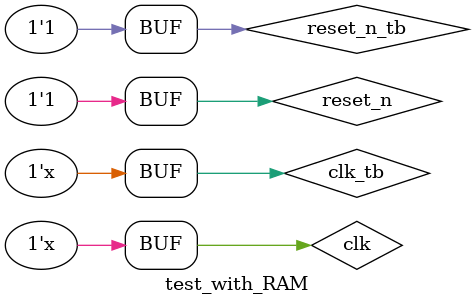
<source format=v>
`include "top_module.v"
`include "Instruction_Memory.v"
`include "data_memory.v"

module test_with_RAM;
    reg clk_tb = 0, reset_n_tb;
    wire clk, reset_n;

    assign clk = clk_tb;
    assign reset_n = reset_n_tb;

    wire MemWrite;
    wire[31:0] Instr, PC, DataAdr, WriteData, ReadData;

    top_module Processor(
        .clk(clk),
        .reset_n(reset_n),
        .Instr(Instr),
        .ReadData(ReadData),
        .MemWrite(MemWrite),
        .PC(PC),
        .ALUResult(DataAdr),
        .WriteData(WriteData)
    );

    data_memory RAM(
        .clk(clk),
        .A(DataAdr[6:0]),
        .WE(MemWrite),
        .WD(WriteData),
        .RD(ReadData)
    );

    Instruction_Memory IM(
        .A(PC[9:2]),
        .RD(Instr)
    );

    localparam T = 10;
    always#(T/2) clk_tb = !clk_tb;

    initial begin
        reset_n_tb = 1;
        #T;
        reset_n_tb = 0;
        #T;

        reset_n_tb = 1;
        #(30*T);
    end

endmodule
</source>
